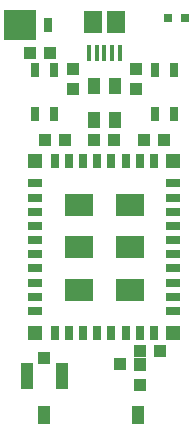
<source format=gtp>
G75*
G70*
%OFA0B0*%
%FSLAX24Y24*%
%IPPOS*%
%LPD*%
%AMOC8*
5,1,8,0,0,1.08239X$1,22.5*
%
%ADD10R,0.0433X0.0394*%
%ADD11R,0.0157X0.0531*%
%ADD12R,0.0591X0.0748*%
%ADD13R,0.0472X0.0472*%
%ADD14R,0.0472X0.0276*%
%ADD15R,0.0276X0.0472*%
%ADD16R,0.0945X0.0748*%
%ADD17R,0.0394X0.0433*%
%ADD18R,0.0256X0.0492*%
%ADD19R,0.0315X0.0315*%
%ADD20R,0.0433X0.0551*%
%ADD21R,0.0413X0.0866*%
%ADD22R,0.0394X0.0413*%
%ADD23R,0.0394X0.0591*%
%ADD24R,0.1050X0.1000*%
%ADD25R,0.0300X0.0500*%
D10*
X005748Y002295D03*
X006417Y002295D03*
X006438Y002735D03*
X007107Y002735D03*
X007227Y009755D03*
X006558Y009755D03*
X006293Y011470D03*
X006293Y012140D03*
X004193Y012140D03*
X004193Y011470D03*
X003927Y009755D03*
X003258Y009755D03*
D11*
X004731Y012652D03*
X004987Y012652D03*
X005243Y012652D03*
X005499Y012652D03*
X005755Y012652D03*
D12*
X005637Y013705D03*
X004849Y013701D03*
D13*
X002940Y009048D03*
X002940Y003339D03*
X007546Y003339D03*
X007546Y009048D03*
D14*
X007546Y008319D03*
X007546Y007847D03*
X007546Y007374D03*
X007546Y006902D03*
X007546Y006429D03*
X007546Y005957D03*
X007546Y005485D03*
X007546Y005012D03*
X007546Y004540D03*
X007546Y004067D03*
X002940Y004067D03*
X002940Y004540D03*
X002940Y005012D03*
X002940Y005485D03*
X002940Y005957D03*
X002940Y006429D03*
X002940Y006902D03*
X002940Y007374D03*
X002940Y007847D03*
X002940Y008319D03*
D15*
X003589Y009048D03*
X004062Y009048D03*
X004534Y009048D03*
X005007Y009048D03*
X005479Y009048D03*
X005951Y009048D03*
X006424Y009048D03*
X006896Y009048D03*
X006896Y003339D03*
X006424Y003339D03*
X005951Y003339D03*
X005479Y003339D03*
X005007Y003339D03*
X004534Y003339D03*
X004062Y003339D03*
X003589Y003339D03*
D16*
X004396Y004776D03*
X004396Y006193D03*
X004396Y007611D03*
X006089Y007611D03*
X006089Y006193D03*
X006089Y004776D03*
D17*
X006433Y002280D03*
X006433Y001610D03*
X005577Y009755D03*
X004908Y009755D03*
X003427Y012675D03*
X002758Y012675D03*
D18*
X002938Y012093D03*
X003548Y012093D03*
X003548Y010617D03*
X002938Y010617D03*
X006938Y010617D03*
X007548Y010617D03*
X007548Y012093D03*
X006938Y012093D03*
D19*
X007348Y013835D03*
X007938Y013835D03*
D20*
X005597Y011576D03*
X005597Y010434D03*
X004888Y010434D03*
X004888Y011576D03*
D21*
X002662Y001905D03*
X003824Y001905D03*
D22*
X003243Y002506D03*
D23*
X003228Y000605D03*
X006378Y000605D03*
D24*
X002443Y013605D03*
D25*
X003368Y013605D03*
M02*

</source>
